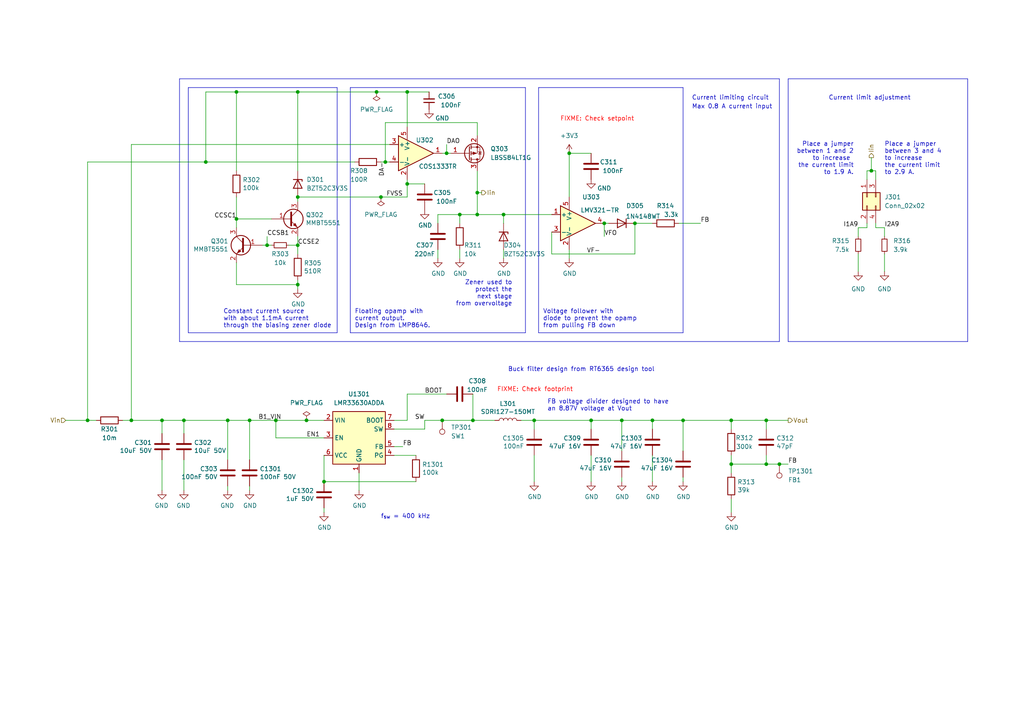
<source format=kicad_sch>
(kicad_sch (version 20231120) (generator "eeschema") (generator_version "8.0")
  (paper "A4")
  (title_block (title "Sailor Hat for Raspberry Pi") (date "2024-09-25") (rev "v2.0.1") (company "Hat Labs Ltd") (comment 1 "https://creativecommons.org/licenses/by/4.0") (comment 2 "To view a copy of this license, visit ") (comment 3 "Sailor Hat for Raspberry Pi is licensed under CC BY 4.0."))
  (lib_symbols
    (symbol "Amplifier_Operational:LMV321" (pin_names (offset 0.127))
      (property "Reference" "U" (at 0 5.08 0))
      (property "Value" "LMV321" (at 0 -5.08 0))
      (symbol "LMV321_0_1"
        (polyline (pts (xy -5.08 5.08) (xy 5.08 0) (xy -5.08 -5.08) (xy -5.08 5.08)) (stroke (width 0.254)) (fill (type background)))
        (pin power_in line (at -2.54 -7.62 90) (length 3.81) (name "V-") (number "2"))
        (pin power_in line (at -2.54 7.62 270) (length 3.81) (name "V+") (number "5"))
      )
      (symbol "LMV321_1_1"
        (pin input line (at -7.62 2.54 0) (length 2.54) (name "+") (number "1"))
        (pin input line (at -7.62 -2.54 0) (length 2.54) (name "-") (number "3"))
        (pin output line (at 7.62 0 180) (length 2.54) (name "~") (number "4"))
      )
    )
    (symbol "Connector:TestPoint" (pin_numbers hide) (pin_names (offset 0.762) hide)
      (property "Reference" "TP" (at 0 6.858 0))
      (property "Value" "TestPoint" (at 0 5.08 0))
      (symbol "TestPoint_0_1"
        (circle (center 0 3.302) (radius 0.762))
      )
      (symbol "TestPoint_1_1"
        (pin passive line (at 0 0 90) (length 2.54) (name "1") (number "1"))
      )
    )
    (symbol "Connector_Generic:Conn_02x02_Odd_Even" (pin_names (offset 1.016) hide)
      (property "Reference" "J" (at 1.27 2.54 0))
      (property "Value" "Conn_02x02_Odd_Even" (at 1.27 -5.08 0))
      (symbol "Conn_02x02_Odd_Even_1_1"
        (rectangle (start -1.27 -2.413) (end 0 -2.667) (stroke (width 0.1524)))
        (rectangle (start -1.27 0.127) (end 0 -0.127) (stroke (width 0.1524)))
        (rectangle (start -1.27 1.27) (end 3.81 -3.81) (stroke (width 0.254)) (fill (type background)))
        (rectangle (start 3.81 -2.413) (end 2.54 -2.667) (stroke (width 0.1524)))
        (rectangle (start 3.81 0.127) (end 2.54 -0.127) (stroke (width 0.1524)))
        (pin passive line (at -5.08 0 0) (length 3.81) (name "Pin_1") (number "1"))
        (pin passive line (at 7.62 0 180) (length 3.81) (name "Pin_2") (number "2"))
        (pin passive line (at -5.08 -2.54 0) (length 3.81) (name "Pin_3") (number "3"))
        (pin passive line (at 7.62 -2.54 180) (length 3.81) (name "Pin_4") (number "4"))
      )
    )
    (symbol "Device:C" (pin_numbers hide) (pin_names (offset 0.254))
      (property "Reference" "C" (at 0.635 2.54 0))
      (property "Value" "C" (at 0.635 -2.54 0))
      (symbol "C_0_1"
        (polyline (pts (xy -2.032 -0.762) (xy 2.032 -0.762)) (stroke (width 0.508)))
        (polyline (pts (xy -2.032 0.762) (xy 2.032 0.762)) (stroke (width 0.508)))
      )
      (symbol "C_1_1"
        (pin passive line (at 0 3.81 270) (length 2.794) (name "~") (number "1"))
        (pin passive line (at 0 -3.81 90) (length 2.794) (name "~") (number "2"))
      )
    )
    (symbol "Device:C_Small" (pin_numbers hide) (pin_names (offset 0.254) hide)
      (property "Reference" "C" (at 0.254 1.778 0))
      (property "Value" "C_Small" (at 0.254 -2.032 0))
      (symbol "C_Small_0_1"
        (polyline (pts (xy -1.524 -0.508) (xy 1.524 -0.508)) (stroke (width 0.3302)))
        (polyline (pts (xy -1.524 0.508) (xy 1.524 0.508)) (stroke (width 0.3048)))
      )
      (symbol "C_Small_1_1"
        (pin passive line (at 0 2.54 270) (length 2.032) (name "~") (number "1"))
        (pin passive line (at 0 -2.54 90) (length 2.032) (name "~") (number "2"))
      )
    )
    (symbol "Device:D" (pin_numbers hide) (pin_names (offset 1.016) hide)
      (property "Reference" "D" (at 0 2.54 0))
      (property "Value" "D" (at 0 -2.54 0))
      (symbol "D_0_1"
        (polyline (pts (xy -1.27 1.27) (xy -1.27 -1.27)) (stroke (width 0.254)))
        (polyline (pts (xy 1.27 0) (xy -1.27 0)))
        (polyline (pts (xy 1.27 1.27) (xy 1.27 -1.27) (xy -1.27 0) (xy 1.27 1.27)) (stroke (width 0.254)))
      )
      (symbol "D_1_1"
        (pin passive line (at -3.81 0 0) (length 2.54) (name "K") (number "1"))
        (pin passive line (at 3.81 0 180) (length 2.54) (name "A") (number "2"))
      )
    )
    (symbol "Device:D_Zener" (pin_numbers hide) (pin_names (offset 1.016) hide)
      (property "Reference" "D" (at 0 2.54 0))
      (property "Value" "D_Zener" (at 0 -2.54 0))
      (symbol "D_Zener_0_1"
        (polyline (pts (xy 1.27 0) (xy -1.27 0)))
        (polyline (pts (xy -1.27 -1.27) (xy -1.27 1.27) (xy -0.762 1.27)) (stroke (width 0.254)))
        (polyline (pts (xy 1.27 -1.27) (xy 1.27 1.27) (xy -1.27 0) (xy 1.27 -1.27)) (stroke (width 0.254)))
      )
      (symbol "D_Zener_1_1"
        (pin passive line (at -3.81 0 0) (length 2.54) (name "K") (number "1"))
        (pin passive line (at 3.81 0 180) (length 2.54) (name "A") (number "2"))
      )
    )
    (symbol "Device:L" (pin_numbers hide) (pin_names (offset 1.016) hide)
      (property "Reference" "L" (at -1.27 0 90))
      (property "Value" "L" (at 1.905 0 90))
      (symbol "L_0_1"
        (arc (start 0 -2.54) (mid 0.6323 -1.905) (end 0 -1.27))
        (arc (start 0 -1.27) (mid 0.6323 -0.635) (end 0 0))
        (arc (start 0 0) (mid 0.6323 0.635) (end 0 1.27))
        (arc (start 0 1.27) (mid 0.6323 1.905) (end 0 2.54))
      )
      (symbol "L_1_1"
        (pin passive line (at 0 3.81 270) (length 1.27) (name "1") (number "1"))
        (pin passive line (at 0 -3.81 90) (length 1.27) (name "2") (number "2"))
      )
    )
    (symbol "Device:R" (pin_numbers hide) (pin_names (offset 0))
      (property "Reference" "R" (at 2.032 0 90))
      (property "Value" "R" (at 0 0 90))
      (symbol "R_0_1"
        (rectangle (start -1.016 -2.54) (end 1.016 2.54) (stroke (width 0.254)))
      )
      (symbol "R_1_1"
        (pin passive line (at 0 3.81 270) (length 1.27) (name "~") (number "1"))
        (pin passive line (at 0 -3.81 90) (length 1.27) (name "~") (number "2"))
      )
    )
    (symbol "Device:R_Small" (pin_numbers hide) (pin_names (offset 0.254) hide)
      (property "Reference" "R" (at 0.762 0.508 0))
      (property "Value" "R_Small" (at 0.762 -1.016 0))
      (symbol "R_Small_0_1"
        (rectangle (start -0.762 1.778) (end 0.762 -1.778) (stroke (width 0.2032)))
      )
      (symbol "R_Small_1_1"
        (pin passive line (at 0 2.54 270) (length 0.762) (name "~") (number "1"))
        (pin passive line (at 0 -2.54 90) (length 0.762) (name "~") (number "2"))
      )
    )
    (symbol "Regulator_Switching:LMR33630ADDA"
      (property "Reference" "U" (at 0 11.43 0))
      (property "Value" "LMR33630ADDA" (at 0 8.89 0))
      (symbol "LMR33630ADDA_0_1"
        (rectangle (start -7.62 7.62) (end 7.62 -7.62) (stroke (width 0.254)) (fill (type background)))
      )
      (symbol "LMR33630ADDA_1_1"
        (pin power_in line (at 0 -10.16 90) (length 2.54) (name "GND") (number "1"))
        (pin power_in line (at -10.16 5.08 0) (length 2.54) (name "VIN") (number "2"))
        (pin input line (at -10.16 0 0) (length 2.54) (name "EN") (number "3"))
        (pin open_collector line (at 10.16 -5.08 180) (length 2.54) (name "PG") (number "4"))
        (pin input line (at 10.16 -2.54 180) (length 2.54) (name "FB") (number "5"))
        (pin power_out line (at -10.16 -5.08 0) (length 2.54) (name "VCC") (number "6"))
        (pin input line (at 10.16 5.08 180) (length 2.54) (name "BOOT") (number "7"))
        (pin output line (at 10.16 2.54 180) (length 2.54) (name "SW") (number "8"))
        (pin passive line (at 0 -10.16 90) (length 2.54) hide (name "GND") (number "9"))
      )
    )
    (symbol "SH-RPi:COS1333" (pin_names (offset 0.127))
      (property "Reference" "U" (at 0 5.08 0))
      (property "Value" "COS1333" (at 0 -5.08 0))
      (symbol "COS1333_0_1"
        (polyline (pts (xy -5.08 5.08) (xy 5.08 0) (xy -5.08 -5.08) (xy -5.08 5.08)) (stroke (width 0.254)) (fill (type background)))
        (pin power_in line (at -2.54 -7.62 90) (length 3.81) (name "V-") (number "2"))
        (pin power_in line (at -2.54 7.62 270) (length 3.81) (name "V+") (number "5"))
      )
      (symbol "COS1333_1_1"
        (pin output line (at 7.62 0 180) (length 2.54) (name "~") (number "1"))
        (pin input line (at -7.62 2.54 0) (length 2.54) (name "+") (number "3"))
        (pin input line (at -7.62 -2.54 0) (length 2.54) (name "-") (number "4"))
      )
    )
    (symbol "Transistor_BJT:MMBT5551L" (pin_names (offset 0) hide)
      (property "Reference" "Q" (at 5.08 1.905 0))
      (property "Value" "MMBT5551L" (at 5.08 0 0))
      (symbol "MMBT5551L_0_1"
        (polyline (pts (xy 0.635 0.635) (xy 2.54 2.54)))
        (polyline (pts (xy 0.635 -0.635) (xy 2.54 -2.54) (xy 2.54 -2.54)))
        (polyline (pts (xy 0.635 1.905) (xy 0.635 -1.905) (xy 0.635 -1.905)) (stroke (width 0.508)))
        (polyline (pts (xy 1.27 -1.778) (xy 1.778 -1.27) (xy 2.286 -2.286) (xy 1.27 -1.778) (xy 1.27 -1.778)) (fill (type outline)))
        (circle (center 1.27 0) (radius 2.8194) (stroke (width 0.254)))
      )
      (symbol "MMBT5551L_1_1"
        (pin input line (at -5.08 0 0) (length 5.715) (name "B") (number "1"))
        (pin passive line (at 2.54 -5.08 90) (length 2.54) (name "E") (number "2"))
        (pin passive line (at 2.54 5.08 270) (length 2.54) (name "C") (number "3"))
      )
    )
    (symbol "Transistor_FET:BSS84" (pin_names hide)
      (property "Reference" "Q" (at 5.08 1.905 0))
      (property "Value" "BSS84" (at 5.08 0 0))
      (symbol "BSS84_0_1"
        (polyline (pts (xy 0.254 0) (xy -2.54 0)))
        (polyline (pts (xy 0.254 1.905) (xy 0.254 -1.905)) (stroke (width 0.254)))
        (polyline (pts (xy 0.762 -1.27) (xy 0.762 -2.286)) (stroke (width 0.254)))
        (polyline (pts (xy 0.762 0.508) (xy 0.762 -0.508)) (stroke (width 0.254)))
        (polyline (pts (xy 0.762 2.286) (xy 0.762 1.27)) (stroke (width 0.254)))
        (polyline (pts (xy 2.54 2.54) (xy 2.54 1.778)))
        (polyline (pts (xy 2.54 -2.54) (xy 2.54 0) (xy 0.762 0)))
        (polyline (pts (xy 0.762 1.778) (xy 3.302 1.778) (xy 3.302 -1.778) (xy 0.762 -1.778)))
        (polyline (pts (xy 2.286 0) (xy 1.27 0.381) (xy 1.27 -0.381) (xy 2.286 0)) (fill (type outline)))
        (polyline (pts (xy 2.794 -0.508) (xy 2.921 -0.381) (xy 3.683 -0.381) (xy 3.81 -0.254)))
        (polyline (pts (xy 3.302 -0.381) (xy 2.921 0.254) (xy 3.683 0.254) (xy 3.302 -0.381)))
        (circle (center 1.651 0) (radius 2.794) (stroke (width 0.254)))
        (circle (center 2.54 -1.778) (radius 0.254) (fill (type outline)))
        (circle (center 2.54 1.778) (radius 0.254) (fill (type outline)))
      )
      (symbol "BSS84_1_1"
        (pin input line (at -5.08 0 0) (length 2.54) (name "G") (number "1"))
        (pin passive line (at 2.54 -5.08 90) (length 2.54) (name "S") (number "2"))
        (pin passive line (at 2.54 5.08 270) (length 2.54) (name "D") (number "3"))
      )
    )
    (symbol "power:+3V3" (power) (pin_names (offset 0))
      (property "Value" "+3V3" (at 0 3.556 0))
      (symbol "+3V3_0_1"
        (polyline (pts (xy -0.762 1.27) (xy 0 2.54)))
        (polyline (pts (xy 0 0) (xy 0 2.54)))
        (polyline (pts (xy 0 2.54) (xy 0.762 1.27)))
      )
      (symbol "+3V3_1_1"
        (pin power_in line (at 0 0 90) (length 0) hide (name "+3V3") (number "1"))
      )
    )
    (symbol "power:GND" (power) (pin_names (offset 0))
      (property "Value" "GND" (at 0 -3.81 0))
      (symbol "GND_0_1"
        (polyline (pts (xy 0 0) (xy 0 -1.27) (xy 1.27 -1.27) (xy 0 -2.54) (xy -1.27 -1.27) (xy 0 -1.27)))
      )
      (symbol "GND_1_1"
        (pin power_in line (at 0 0 270) (length 0) hide (name "GND") (number "1"))
      )
    )
    (symbol "power:PWR_FLAG" (power) (pin_numbers hide) (pin_names (offset 0) hide)
      (property "Value" "PWR_FLAG" (at 0 3.81 0))
      (symbol "PWR_FLAG_0_0"
        (pin power_out line (at 0 0 90) (length 0) (name "pwr") (number "1"))
      )
      (symbol "PWR_FLAG_0_1"
        (polyline (pts (xy 0 0) (xy 0 1.27) (xy -1.016 1.905) (xy 0 2.54) (xy 1.016 1.905) (xy 0 1.27)))
      )
    )
  )
  (junction (at 212.09 121.92))
  (junction (at 72.39 121.92))
  (junction (at 226.06 134.62))
  (junction (at 138.43 55.88))
  (junction (at 86.36 26.67))
  (junction (at 88.9 121.92))
  (junction (at 128.27 121.92))
  (junction (at 38.1 121.92))
  (junction (at 110.49 57.15))
  (junction (at 180.34 121.92))
  (junction (at 59.69 46.99))
  (junction (at 77.47 71.12))
  (junction (at 222.25 134.62))
  (junction (at 133.35 62.23))
  (junction (at 138.43 62.23))
  (junction (at 109.22 26.67))
  (junction (at 46.99 121.92))
  (junction (at 93.98 139.7))
  (junction (at 198.12 121.92))
  (junction (at 25.4 121.92))
  (junction (at 137.16 121.92))
  (junction (at 66.04 121.92))
  (junction (at 175.26 64.77))
  (junction (at 165.1 44.45))
  (junction (at 222.25 121.92))
  (junction (at 68.58 26.67))
  (junction (at 111.76 46.99))
  (junction (at 146.05 62.23))
  (junction (at 53.34 121.92))
  (junction (at 86.36 82.55))
  (junction (at 154.94 121.92))
  (junction (at 171.45 121.92))
  (junction (at 184.15 64.77))
  (junction (at 68.58 63.5))
  (junction (at 80.01 121.92))
  (junction (at 118.11 26.67))
  (junction (at 212.09 134.62))
  (junction (at 118.11 53.34))
  (junction (at 86.36 57.15))
  (junction (at 129.54 44.45))
  (junction (at 252.73 49.53))
  (junction (at 86.36 71.12))
  (junction (at 189.23 121.92))
  (wire (pts (xy 184.15 64.77) (xy 184.15 73.66)))
  (wire (pts (xy 80.01 121.92) (xy 80.01 127)))
  (wire (pts (xy 25.4 46.99) (xy 25.4 121.92)))
  (polyline (pts (xy 152.4 25.4) (xy 152.4 96.52)))
  (wire (pts (xy 138.43 49.53) (xy 138.43 55.88)))
  (wire (pts (xy 138.43 35.56) (xy 138.43 39.37)))
  (wire (pts (xy 110.49 57.15) (xy 118.11 57.15)))
  (wire (pts (xy 88.9 121.92) (xy 93.98 121.92)))
  (wire (pts (xy 222.25 121.92) (xy 228.6 121.92)))
  (wire (pts (xy 251.46 49.53) (xy 252.73 49.53)))
  (wire (pts (xy 109.22 26.67) (xy 86.36 26.67)))
  (wire (pts (xy 118.11 26.67) (xy 109.22 26.67)))
  (wire (pts (xy 19.05 121.92) (xy 25.4 121.92)))
  (wire (pts (xy 68.58 76.2) (xy 68.58 82.55)))
  (polyline (pts (xy 156.21 25.4) (xy 198.12 25.4)))
  (wire (pts (xy 118.11 114.3) (xy 129.54 114.3)))
  (wire (pts (xy 68.58 57.15) (xy 68.58 63.5)))
  (wire (pts (xy 154.94 121.92) (xy 171.45 121.92)))
  (wire (pts (xy 248.92 68.58) (xy 248.92 66.04)))
  (wire (pts (xy 256.54 66.04) (xy 256.54 68.58)))
  (wire (pts (xy 127 72.39) (xy 127 74.93)))
  (wire (pts (xy 68.58 26.67) (xy 68.58 49.53)))
  (wire (pts (xy 53.34 121.92) (xy 66.04 121.92)))
  (wire (pts (xy 114.3 132.08) (xy 120.65 132.08)))
  (wire (pts (xy 114.3 121.92) (xy 118.11 121.92)))
  (wire (pts (xy 77.47 71.12) (xy 76.2 71.12)))
  (wire (pts (xy 189.23 124.46) (xy 189.23 121.92)))
  (wire (pts (xy 138.43 62.23) (xy 146.05 62.23)))
  (wire (pts (xy 138.43 55.88) (xy 139.7 55.88)))
  (wire (pts (xy 184.15 73.66) (xy 160.02 73.66)))
  (polyline (pts (xy 226.06 22.86) (xy 226.06 99.06)))
  (polyline (pts (xy 280.67 99.06) (xy 228.6 99.06)))
  (wire (pts (xy 212.09 134.62) (xy 222.25 134.62)))
  (polyline (pts (xy 54.61 25.4) (xy 97.79 25.4)))
  (wire (pts (xy 154.94 132.08) (xy 154.94 139.7)))
  (polyline (pts (xy 97.79 25.4) (xy 97.79 96.52)))
  (wire (pts (xy 146.05 64.77) (xy 146.05 62.23)))
  (wire (pts (xy 93.98 132.08) (xy 93.98 139.7)))
  (polyline (pts (xy 152.4 96.52) (xy 101.6 96.52)))
  (wire (pts (xy 68.58 63.5) (xy 68.58 66.04)))
  (polyline (pts (xy 198.12 25.4) (xy 198.12 96.52)))
  (wire (pts (xy 129.54 41.91) (xy 129.54 44.45)))
  (wire (pts (xy 86.36 57.15) (xy 86.36 58.42)))
  (wire (pts (xy 180.34 130.81) (xy 180.34 121.92)))
  (wire (pts (xy 83.82 71.12) (xy 86.36 71.12)))
  (wire (pts (xy 118.11 121.92) (xy 118.11 114.3)))
  (wire (pts (xy 86.36 71.12) (xy 86.36 68.58)))
  (wire (pts (xy 154.94 121.92) (xy 154.94 124.46)))
  (wire (pts (xy 171.45 132.08) (xy 171.45 139.7)))
  (wire (pts (xy 146.05 62.23) (xy 160.02 62.23)))
  (wire (pts (xy 212.09 148.59) (xy 212.09 144.78)))
  (wire (pts (xy 151.13 121.92) (xy 154.94 121.92)))
  (wire (pts (xy 222.25 134.62) (xy 226.06 134.62)))
  (polyline (pts (xy 228.6 22.86) (xy 280.67 22.86)))
  (wire (pts (xy 146.05 72.39) (xy 146.05 74.93)))
  (wire (pts (xy 118.11 53.34) (xy 118.11 57.15)))
  (wire (pts (xy 180.34 121.92) (xy 189.23 121.92)))
  (wire (pts (xy 72.39 121.92) (xy 80.01 121.92)))
  (wire (pts (xy 254 49.53) (xy 254 52.07)))
  (wire (pts (xy 114.3 124.46) (xy 123.19 124.46)))
  (wire (pts (xy 226.06 134.62) (xy 228.6 134.62)))
  (wire (pts (xy 53.34 133.35) (xy 53.34 142.24)))
  (wire (pts (xy 189.23 132.08) (xy 189.23 139.7)))
  (polyline (pts (xy 226.06 99.06) (xy 52.07 99.06)))
  (wire (pts (xy 196.85 64.77) (xy 203.2 64.77)))
  (polyline (pts (xy 52.07 22.86) (xy 52.07 99.06)))
  (wire (pts (xy 198.12 121.92) (xy 212.09 121.92)))
  (wire (pts (xy 256.54 73.66) (xy 256.54 78.74)))
  (wire (pts (xy 111.76 46.99) (xy 113.03 46.99)))
  (wire (pts (xy 175.26 64.77) (xy 176.53 64.77)))
  (wire (pts (xy 251.46 64.77) (xy 251.46 66.04)))
  (wire (pts (xy 80.01 121.92) (xy 88.9 121.92)))
  (wire (pts (xy 222.25 121.92) (xy 222.25 124.46)))
  (wire (pts (xy 68.58 63.5) (xy 78.74 63.5)))
  (wire (pts (xy 116.84 129.54) (xy 114.3 129.54)))
  (wire (pts (xy 175.26 64.77) (xy 175.26 68.58)))
  (wire (pts (xy 252.73 49.53) (xy 254 49.53)))
  (wire (pts (xy 133.35 62.23) (xy 133.35 64.77)))
  (wire (pts (xy 212.09 134.62) (xy 212.09 137.16)))
  (wire (pts (xy 78.74 71.12) (xy 77.47 71.12)))
  (wire (pts (xy 128.27 44.45) (xy 129.54 44.45)))
  (wire (pts (xy 59.69 26.67) (xy 59.69 46.99)))
  (wire (pts (xy 25.4 121.92) (xy 27.94 121.92)))
  (wire (pts (xy 198.12 130.81) (xy 198.12 121.92)))
  (wire (pts (xy 80.01 127) (xy 93.98 127)))
  (wire (pts (xy 180.34 138.43) (xy 180.34 139.7)))
  (wire (pts (xy 86.36 26.67) (xy 86.36 49.53)))
  (wire (pts (xy 86.36 26.67) (xy 68.58 26.67)))
  (wire (pts (xy 165.1 44.45) (xy 165.1 57.15)))
  (wire (pts (xy 248.92 73.66) (xy 248.92 78.74)))
  (wire (pts (xy 254 66.04) (xy 256.54 66.04)))
  (wire (pts (xy 38.1 41.91) (xy 38.1 121.92)))
  (wire (pts (xy 86.36 82.55) (xy 86.36 83.82)))
  (wire (pts (xy 110.49 46.99) (xy 111.76 46.99)))
  (wire (pts (xy 68.58 82.55) (xy 86.36 82.55)))
  (wire (pts (xy 129.54 44.45) (xy 130.81 44.45)))
  (wire (pts (xy 77.47 68.58) (xy 77.47 71.12)))
  (wire (pts (xy 68.58 26.67) (xy 59.69 26.67)))
  (wire (pts (xy 133.35 62.23) (xy 127 62.23)))
  (polyline (pts (xy 280.67 22.86) (xy 280.67 99.06)))
  (wire (pts (xy 25.4 46.99) (xy 59.69 46.99)))
  (polyline (pts (xy 228.6 22.86) (xy 228.6 99.06)))
  (wire (pts (xy 171.45 124.46) (xy 171.45 121.92)))
  (wire (pts (xy 53.34 121.92) (xy 53.34 125.73)))
  (wire (pts (xy 222.25 132.08) (xy 222.25 134.62)))
  (wire (pts (xy 127 62.23) (xy 127 64.77)))
  (wire (pts (xy 251.46 52.07) (xy 251.46 49.53)))
  (wire (pts (xy 138.43 62.23) (xy 133.35 62.23)))
  (wire (pts (xy 46.99 133.35) (xy 46.99 142.24)))
  (wire (pts (xy 133.35 72.39) (xy 133.35 74.93)))
  (wire (pts (xy 104.14 142.24) (xy 104.14 137.16)))
  (wire (pts (xy 66.04 133.35) (xy 66.04 121.92)))
  (wire (pts (xy 93.98 139.7) (xy 120.65 139.7)))
  (wire (pts (xy 137.16 114.3) (xy 137.16 121.92)))
  (wire (pts (xy 128.27 121.92) (xy 137.16 121.92)))
  (wire (pts (xy 118.11 53.34) (xy 123.19 53.34)))
  (wire (pts (xy 212.09 132.08) (xy 212.09 134.62)))
  (wire (pts (xy 66.04 121.92) (xy 72.39 121.92)))
  (polyline (pts (xy 52.07 22.86) (xy 226.06 22.86)))
  (polyline (pts (xy 156.21 25.4) (xy 156.21 96.52)))
  (wire (pts (xy 254 64.77) (xy 254 66.04)))
  (wire (pts (xy 160.02 73.66) (xy 160.02 67.31)))
  (wire (pts (xy 111.76 35.56) (xy 138.43 35.56)))
  (wire (pts (xy 72.39 133.35) (xy 72.39 121.92)))
  (wire (pts (xy 46.99 121.92) (xy 53.34 121.92)))
  (wire (pts (xy 46.99 121.92) (xy 46.99 125.73)))
  (wire (pts (xy 111.76 35.56) (xy 111.76 46.99)))
  (polyline (pts (xy 101.6 25.4) (xy 152.4 25.4)))
  (wire (pts (xy 93.98 147.32) (xy 93.98 148.59)))
  (wire (pts (xy 123.19 121.92) (xy 123.19 124.46)))
  (wire (pts (xy 184.15 64.77) (xy 189.23 64.77)))
  (wire (pts (xy 118.11 53.34) (xy 118.11 52.07)))
  (wire (pts (xy 171.45 44.45) (xy 165.1 44.45)))
  (wire (pts (xy 86.36 57.15) (xy 110.49 57.15)))
  (wire (pts (xy 137.16 121.92) (xy 143.51 121.92)))
  (wire (pts (xy 72.39 140.97) (xy 72.39 142.24)))
  (wire (pts (xy 66.04 140.97) (xy 66.04 142.24)))
  (wire (pts (xy 38.1 41.91) (xy 113.03 41.91)))
  (polyline (pts (xy 97.79 96.52) (xy 54.61 96.52)))
  (wire (pts (xy 212.09 124.46) (xy 212.09 121.92)))
  (wire (pts (xy 212.09 121.92) (xy 222.25 121.92)))
  (wire (pts (xy 35.56 121.92) (xy 38.1 121.92)))
  (polyline (pts (xy 101.6 25.4) (xy 101.6 96.52)))
  (wire (pts (xy 165.1 72.39) (xy 165.1 74.93)))
  (polyline (pts (xy 54.61 25.4) (xy 54.61 96.52)))
  (wire (pts (xy 189.23 121.92) (xy 198.12 121.92)))
  (wire (pts (xy 251.46 66.04) (xy 248.92 66.04)))
  (wire (pts (xy 171.45 121.92) (xy 180.34 121.92)))
  (wire (pts (xy 38.1 121.92) (xy 46.99 121.92)))
  (wire (pts (xy 86.36 81.28) (xy 86.36 82.55)))
  (wire (pts (xy 86.36 71.12) (xy 86.36 73.66)))
  (wire (pts (xy 118.11 26.67) (xy 124.46 26.67)))
  (wire (pts (xy 138.43 55.88) (xy 138.43 62.23)))
  (wire (pts (xy 118.11 26.67) (xy 118.11 36.83)))
  (wire (pts (xy 123.19 121.92) (xy 128.27 121.92)))
  (wire (pts (xy 198.12 138.43) (xy 198.12 139.7)))
  (wire (pts (xy 59.69 46.99) (xy 102.87 46.99)))
  (wire (pts (xy 252.73 45.72) (xy 252.73 49.53)))
  (polyline (pts (xy 198.12 96.52) (xy 156.21 96.52)))
  (text "Voltage follower with \ndiode to prevent the opamp\nfrom pulling FB down" (at 157.48 95.25 0) (effects (font (size 1.27 1.27)) (justify left bottom)))
  (text "f_{sw} = 400 kHz" (at 117.602 149.86 0) (effects (font (size 1.27 1.27))))
  (text "Constant current source\nwith about 1.1mA current\nthrough the biasing zener diode" (at 64.77 95.25 0) (effects (font (size 1.27 1.27)) (justify left bottom)))
  (text "FIXME: Check setpoint" (at 173.228 34.544 0) (effects (font (size 1.27 1.27))))
  (text "Place a jumper\nbetween 1 and 2\nto increase \nthe current limit\nto 1.9 A." (at 247.65 50.8 0) (effects (font (size 1.27 1.27)) (justify right bottom)))
  (text "Place a jumper\nbetween 3 and 4\nto increase \nthe current limit\nto 2.9 A." (at 256.54 50.8 0) (effects (font (size 1.27 1.27)) (justify left bottom)))
  (text "Zener used to\nprotect the\nnext stage\nfrom overvoltage" (at 148.59 88.9 0) (effects (font (size 1.27 1.27)) (justify right bottom)))
  (text "FB voltage divider designed to have\nan 8.87V voltage at Vout" (at 158.75 119.38 0) (effects (font (size 1.27 1.27)) (justify left bottom)))
  (text "Buck filter design from RT6365 design tool" (at 147.32 107.95 0) (effects (font (size 1.27 1.27)) (justify left bottom)))
  (text "Max 0.8 A current input" (at 200.66 31.75 0) (effects (font (size 1.27 1.27)) (justify left bottom)))
  (text "Current limit adjustment" (at 264.16 29.21 0) (effects (font (size 1.27 1.27)) (justify right bottom)))
  (text "Floating opamp with\ncurrent output.\nDesign from LMP8646." (at 102.87 95.25 0) (effects (font (size 1.27 1.27)) (justify left bottom)))
  (text "FIXME: Check footprint" (at 155.194 113.03 0) (effects (font (size 1.27 1.27))))
  (text "Current limiting circuit" (at 200.66 29.21 0) (effects (font (size 1.27 1.27)) (justify left bottom)))
  (label "I2A9" (at 256.54 66.04 0))
  (label "EN1" (at 88.9 127 0))
  (label "VF-" (at 170.18 73.66 0))
  (label "FB" (at 116.84 129.54 0))
  (label "I1A9" (at 248.92 66.04 180))
  (label "SW" (at 123.19 121.92 180))
  (label "DA-" (at 111.76 46.99 270))
  (label "CCSC1" (at 68.58 63.5 180))
  (label "FVSS" (at 116.84 57.15 180))
  (label "DAO" (at 129.54 41.91 0))
  (label "BOOT" (at 128.27 114.3 180))
  (label "CCSB1" (at 77.47 68.58 0))
  (label "CCSE2" (at 86.36 71.12 0))
  (label "FB" (at 228.6 134.62 0))
  (label "FB" (at 203.2 64.77 0))
  (label "B1_VIN" (at 74.93 121.92 0))
  (label "VFO" (at 175.26 68.58 0))
  (hierarchical_label "Iin" (shape output) (at 252.73 45.72 90))
  (hierarchical_label "Vin" (shape input) (at 19.05 121.92 180))
  (hierarchical_label "Vout" (shape output) (at 228.6 121.92 0))
  (hierarchical_label "Iin" (shape output) (at 139.7 55.88 0))
  (symbol (lib_id "Device:C") (at 133.35 114.3 270) (unit 1)
    (property "Reference" "C308" (at 138.43 110.49 90))
    (property "Value" "100nF" (at 138.43 113.03 90))
    (property "Footprint" "Capacitor_SMD:C_0603_1608Metric" (effects (hide yes)))
    (property "LCSC" "C14663" (effects (hide yes)))
  )
  (symbol (lib_id "Device:L") (at 147.32 121.92 90) (unit 1)
    (property "Reference" "L301" (at 147.32 117.094 90))
    (property "Value" "SDRI127-150MT" (at 147.32 119.4054 90))
    (property "Footprint" "PCM_Inductor_SMD_AKL:L_12x12mm_H8mm" (effects (hide yes)))
    (property "LCSC" "C5127259" (effects (hide yes)))
  )
  (symbol (lib_id "Device:C") (at 171.45 128.27 0) (mirror y) (unit 1)
    (property "Reference" "C309" (at 168.529 127.1016 0) (effects (justify left)))
    (property "Value" "47uF 16V" (at 168.529 129.413 0) (effects (justify left)))
    (property "Footprint" "Capacitor_SMD:C_1210_3225Metric" (effects (hide yes)))
    (property "Notes" "Min 16V" (effects (hide yes)))
    (property "LCSC" "C77101" (effects (hide yes)))
  )
  (symbol (lib_id "Device:R") (at 212.09 140.97 0) (unit 1)
    (property "Reference" "R313" (at 213.868 139.8016 0) (effects (justify left)))
    (property "Value" "39k" (at 213.868 142.113 0) (effects (justify left)))
    (property "Footprint" "PCM_Resistor_SMD_AKL:R_0603_1608Metric" (effects (hide yes)))
  )
  (symbol (lib_id "Device:R") (at 212.09 128.27 0) (unit 1)
    (property "Reference" "R312" (at 215.9 127 0))
    (property "Value" "300k" (at 215.9 129.54 0))
    (property "Footprint" "PCM_Resistor_SMD_AKL:R_0603_1608Metric" (effects (hide yes)))
  )
  (symbol (lib_id "power:GND") (at 171.45 139.7 0) (unit 1)
    (property "Reference" "#PWR0316" (effects (hide yes)))
    (property "Value" "GND" (at 171.577 144.0942 0))
  )
  (symbol (lib_id "power:GND") (at 212.09 148.59 0) (unit 1)
    (property "Reference" "#PWR0321" (effects (hide yes)))
    (property "Value" "GND" (at 212.217 152.9842 0))
  )
  (symbol (lib_id "Device:R") (at 31.75 121.92 270) (unit 1)
    (property "Reference" "R301" (at 31.75 124.46 90))
    (property "Value" "10m" (at 31.75 127 90))
    (property "Footprint" "Resistor_SMD:R_1206_3216Metric" (effects (hide yes)))
    (property "LCSC" "C105362" (effects (hide yes)))
  )
  (symbol (lib_id "Device:D") (at 180.34 64.77 180) (unit 1)
    (property "Reference" "D305" (at 181.61 59.69 0) (effects (justify right)))
    (property "Value" "1N4148WT" (at 181.483 62.7634 0) (effects (justify right)))
    (property "Footprint" "Diode_SMD:D_SOD-523" (effects (hide yes)))
    (property "LCSC" "C414017" (effects (hide yes)))
  )
  (symbol (lib_id "Device:C") (at 171.45 48.26 0) (mirror x) (unit 1)
    (property "Reference" "C311" (at 176.53 46.99 0))
    (property "Value" "100nF" (at 177.8 49.53 0))
    (property "Footprint" "Capacitor_SMD:C_0402_1005Metric" (effects (hide yes)))
    (property "LCSC" "C1525" (effects (hide yes)))
  )
  (symbol (lib_id "power:GND") (at 171.45 52.07 0) (mirror y) (unit 1)
    (property "Reference" "#PWR0320" (effects (hide yes)))
    (property "Value" "GND" (at 175.26 54.61 0))
  )
  (symbol (lib_id "power:GND") (at 104.14 142.24 0) (unit 1)
    (property "Reference" "#PWR0307" (effects (hide yes)))
    (property "Value" "GND" (at 104.267 146.6342 0))
  )
  (symbol (lib_id "power:GND") (at 154.94 139.7 0) (unit 1)
    (property "Reference" "#PWR01305" (effects (hide yes)))
    (property "Value" "GND" (at 155.067 144.0942 0))
  )
  (symbol (lib_id "Device:C") (at 66.04 137.16 0) (mirror y) (unit 1)
    (property "Reference" "C303" (at 63.119 135.9916 0) (effects (justify left)))
    (property "Value" "100nF 50V" (at 63.119 138.303 0) (effects (justify left)))
    (property "Footprint" "Capacitor_SMD:C_0603_1608Metric" (effects (hide yes)))
  )
  (symbol (lib_id "power:GND") (at 127 74.93 0) (unit 1)
    (property "Reference" "#PWR0312" (effects (hide yes)))
    (property "Value" "GND" (at 127.127 79.3242 0))
  )
  (symbol (lib_id "power:GND") (at 189.23 139.7 0) (unit 1)
    (property "Reference" "#PWR01303" (effects (hide yes)))
    (property "Value" "GND" (at 189.357 144.0942 0))
  )
  (symbol (lib_id "Device:C") (at 53.34 129.54 0) (unit 1)
    (property "Reference" "C302" (at 56.261 128.3716 0) (effects (justify left)))
    (property "Value" "10uF 50V" (at 56.261 130.683 0) (effects (justify left)))
    (property "Footprint" "Capacitor_SMD:C_1206_3216Metric" (effects (hide yes)))
    (property "LCSC" "C13585" (effects (hide yes)))
  )
  (symbol (lib_id "Device:C") (at 93.98 143.51 0) (mirror y) (unit 1)
    (property "Reference" "C1302" (at 91.059 142.3416 0) (effects (justify left)))
    (property "Value" "1uF 50V" (at 91.059 144.653 0) (effects (justify left)))
    (property "Footprint" "Capacitor_SMD:C_0603_1608Metric" (effects (hide yes)))
  )
  (symbol (lib_id "Device:R") (at 86.36 77.47 0) (unit 1)
    (property "Reference" "R305" (at 88.138 76.3016 0) (effects (justify left)))
    (property "Value" "510R" (at 88.138 78.613 0) (effects (justify left)))
    (property "Footprint" "Resistor_SMD:R_0402_1005Metric" (effects (hide yes)))
    (property "LCSC" "C25123" (effects (hide yes)))
  )
  (symbol (lib_id "power:+3V3") (at 165.1 44.45 0) (unit 1)
    (property "Reference" "#PWR0317" (effects (hide yes)))
    (property "Value" "+3V3" (at 165.1 39.37 0))
  )
  (symbol (lib_id "Device:C") (at 72.39 137.16 0) (unit 1)
    (property "Reference" "C1301" (at 75.311 135.9916 0) (effects (justify left)))
    (property "Value" "100nF 50V" (at 75.311 138.303 0) (effects (justify left)))
    (property "Footprint" "Capacitor_SMD:C_0603_1608Metric" (effects (hide yes)))
  )
  (symbol (lib_id "power:GND") (at 66.04 142.24 0) (mirror y) (unit 1)
    (property "Reference" "#PWR0303" (effects (hide yes)))
    (property "Value" "GND" (at 65.913 146.6342 0))
  )
  (symbol (lib_id "power:GND") (at 86.36 83.82 0) (unit 1)
    (property "Reference" "#PWR0304" (effects (hide yes)))
    (property "Value" "GND" (at 86.487 88.2142 0))
  )
  (symbol (lib_id "Device:C_Small") (at 124.46 29.21 0) (mirror x) (unit 1)
    (property "Reference" "C306" (at 129.54 27.94 0))
    (property "Value" "100nF" (at 130.81 30.48 0))
    (property "Footprint" "Capacitor_SMD:C_0402_1005Metric" (effects (hide yes)))
    (property "LCSC" "C1525" (effects (hide yes)))
  )
  (symbol (lib_id "power:GND") (at 53.34 142.24 0) (mirror y) (unit 1)
    (property "Reference" "#PWR0302" (effects (hide yes)))
    (property "Value" "GND" (at 53.213 146.6342 0))
  )
  (symbol (lib_id "SH-RPi:COS1333") (at 120.65 44.45 0) (unit 1)
    (property "Reference" "U302" (at 123.19 40.64 0))
    (property "Value" "COS1333TR" (at 127 48.26 0))
    (property "Footprint" "Package_TO_SOT_SMD:SOT-23-5" (effects (hide yes)))
    (property "LCSC" "C693072" (effects (hide yes)))
    (property "JLCPCB_CORRECTION" "0;0;270" (effects (hide yes)))
  )
  (symbol (lib_id "Amplifier_Operational:LMV321") (at 167.64 64.77 0) (unit 1)
    (property "Reference" "U303" (at 171.45 57.15 0))
    (property "Value" "LMV321-TR" (at 173.99 60.96 0))
    (property "Footprint" "Package_TO_SOT_SMD:SOT-23-5" (effects (hide yes)))
    (property "Datasheet" "http://www.ti.com/lit/ds/symlink/lmv324.pdf" (effects (hide yes)))
    (property "LCSC" "C362273" (effects (hide yes)))
    (property "JLCPCB_CORRECTION" "0;0;180" (effects (hide yes)))
  )
  (symbol (lib_id "Device:R") (at 68.58 53.34 0) (unit 1)
    (property "Reference" "R302" (at 70.358 52.1716 0) (effects (justify left)))
    (property "Value" "100k" (at 70.358 54.483 0) (effects (justify left)))
    (property "Footprint" "Resistor_SMD:R_0402_1005Metric" (effects (hide yes)))
    (property "LCSC" "C25741" (effects (hide yes)))
  )
  (symbol (lib_id "Device:C") (at 222.25 128.27 0) (unit 1)
    (property "Reference" "C312" (at 225.171 127.1016 0) (effects (justify left)))
    (property "Value" "47pF" (at 225.171 129.413 0) (effects (justify left)))
    (property "Footprint" "PCM_Capacitor_SMD_AKL:C_0603_1608Metric" (effects (hide yes)))
  )
  (symbol (lib_id "Device:R") (at 120.65 135.89 0) (unit 1)
    (property "Reference" "R1301" (at 122.428 134.7216 0) (effects (justify left)))
    (property "Value" "100k" (at 122.428 137.033 0) (effects (justify left)))
    (property "Footprint" "Resistor_SMD:R_0402_1005Metric" (effects (hide yes)))
  )
  (symbol (lib_id "power:GND") (at 46.99 142.24 0) (mirror y) (unit 1)
    (property "Reference" "#PWR0301" (effects (hide yes)))
    (property "Value" "GND" (at 46.863 146.6342 0))
  )
  (symbol (lib_id "power:GND") (at 93.98 148.59 0) (unit 1)
    (property "Reference" "#PWR01302" (effects (hide yes)))
    (property "Value" "GND" (at 94.107 152.9842 0))
  )
  (symbol (lib_id "power:PWR_FLAG") (at 88.9 121.92 0) (unit 1)
    (property "Reference" "#FLG0301" (effects (hide yes)))
    (property "Value" "PWR_FLAG" (at 88.9 116.84 0))
  )
  (symbol (lib_id "power:PWR_FLAG") (at 109.22 26.67 180) (unit 1)
    (property "Reference" "#FLG0302" (effects (hide yes)))
    (property "Value" "PWR_FLAG" (at 109.22 31.75 0))
  )
  (symbol (lib_id "Device:D_Zener") (at 86.36 53.34 270) (unit 1)
    (property "Reference" "D301" (at 88.9 52.0699 90) (effects (justify left)))
    (property "Value" "BZT52C3V3S" (at 88.9 54.6099 90) (effects (justify left)))
    (property "Footprint" "Diode_SMD:D_SOD-323" (effects (hide yes)))
    (property "LCSC" "C173439" (effects (hide yes)))
  )
  (symbol (lib_id "Connector_Generic:Conn_02x02_Odd_Even") (at 251.46 57.15 90) (mirror x) (unit 1)
    (property "Reference" "J301" (at 256.54 57.1499 90) (effects (justify right)))
    (property "Value" "Conn_02x02" (at 256.54 59.6899 90) (effects (justify right)))
    (property "Footprint" "Connector_PinHeader_2.54mm:PinHeader_2x02_P2.54mm_Vertical" (effects (hide yes)))
    (property "LCSC" "C492419" (effects (hide yes)))
    (property "JLCPCB_CORRECTION" "1.27;1.27;90" (effects (hide yes)))
  )
  (symbol (lib_id "Device:C") (at 189.23 128.27 0) (mirror y) (unit 1)
    (property "Reference" "C1303" (at 186.309 127.1016 0) (effects (justify left)))
    (property "Value" "47uF 16V" (at 186.309 129.413 0) (effects (justify left)))
    (property "Footprint" "Capacitor_SMD:C_1210_3225Metric" (effects (hide yes)))
    (property "Notes" "Min 16V" (effects (hide yes)))
    (property "LCSC" "C77101" (effects (hide yes)))
  )
  (symbol (lib_id "Device:R_Small") (at 256.54 71.12 0) (unit 1)
    (property "Reference" "R316" (at 259.08 69.8499 0) (effects (justify left)))
    (property "Value" "3.9k" (at 259.08 72.3899 0) (effects (justify left)))
    (property "Footprint" "Resistor_SMD:R_0402_1005Metric" (effects (hide yes)))
    (property "LCSC" "C51721" (effects (hide yes)))
  )
  (symbol (lib_id "Connector:TestPoint") (at 226.06 134.62 180) (unit 1)
    (property "Reference" "TP1301" (at 228.6 136.6519 0) (effects (justify right)))
    (property "Value" "FB1" (at 228.6 139.1919 0) (effects (justify right)))
    (property "Footprint" "TestPoint:TestPoint_Pad_D2.0mm" (effects (hide yes)))
  )
  (symbol (lib_id "power:PWR_FLAG") (at 110.49 57.15 180) (unit 1)
    (property "Reference" "#FLG0303" (effects (hide yes)))
    (property "Value" "PWR_FLAG" (at 110.49 62.23 0))
  )
  (symbol (lib_id "Device:R") (at 193.04 64.77 90) (unit 1)
    (property "Reference" "R314" (at 195.58 59.69 90) (effects (justify left)))
    (property "Value" "3.3k" (at 196.85 62.23 90) (effects (justify left)))
    (property "Footprint" "Resistor_SMD:R_0402_1005Metric" (effects (hide yes)))
    (property "LCSC" "C25890" (effects (hide yes)))
  )
  (symbol (lib_id "Device:D_Zener") (at 146.05 68.58 270) (unit 1)
    (property "Reference" "D304" (at 146.05 71.12 90) (effects (justify left)))
    (property "Value" "BZT52C3V3S" (at 146.05 73.66 90) (effects (justify left)))
    (property "Footprint" "Diode_SMD:D_SOD-323" (effects (hide yes)))
    (property "LCSC" "C173439" (effects (hide yes)))
  )
  (symbol (lib_id "power:GND") (at 133.35 74.93 0) (unit 1)
    (property "Reference" "#PWR0313" (effects (hide yes)))
    (property "Value" "GND" (at 133.477 79.3242 0))
  )
  (symbol (lib_id "Regulator_Switching:LMR33630ADDA") (at 104.14 127 0) (unit 1)
    (property "Reference" "U1301" (at 104.14 114.3 0))
    (property "Value" "LMR33630ADDA" (at 104.14 116.84 0))
    (property "Footprint" "Package_SO:Texas_HSOP-8-1EP_3.9x4.9mm_P1.27mm_ThermalVias" (effects (hide yes)))
    (property "Datasheet" "http://www.ti.com/lit/ds/symlink/lmr33630.pdf" (effects (hide yes)))
    (property "Description" "Simple Switcher Synchronous Buck Regulator, Vin=3.8-36V, Iout=3A, F=400kHz, Adjustable output voltage, HSOP-8" (effects (hide yes)))
    (property "LCSC" "C841384" (effects (hide yes)))
  )
  (symbol (lib_id "power:GND") (at 123.19 60.96 0) (unit 1)
    (property "Reference" "#PWR0309" (effects (hide yes)))
    (property "Value" "GND" (at 123.317 65.3542 0))
  )
  (symbol (lib_id "Device:R_Small") (at 248.92 71.12 0) (mirror y) (unit 1)
    (property "Reference" "R315" (at 246.38 69.85 0) (effects (justify left)))
    (property "Value" "7.5k" (at 246.38 72.39 0) (effects (justify left)))
    (property "Footprint" "Resistor_SMD:R_0402_1005Metric" (effects (hide yes)))
    (property "LCSC" "C25918" (effects (hide yes)))
  )
  (symbol (lib_id "power:GND") (at 124.46 31.75 0) (unit 1)
    (property "Reference" "#PWR0311" (effects (hide yes)))
    (property "Value" "GND" (at 128.27 34.29 0))
  )
  (symbol (lib_id "Device:R") (at 133.35 68.58 0) (unit 1)
    (property "Reference" "R311" (at 134.62 71.12 0) (effects (justify left)))
    (property "Value" "10k" (at 134.62 73.66 0) (effects (justify left)))
    (property "Footprint" "Resistor_SMD:R_0402_1005Metric" (effects (hide yes)))
    (property "LCSC" "C25744" (effects (hide yes)))
  )
  (symbol (lib_id "Connector:TestPoint") (at 128.27 121.92 180) (unit 1)
    (property "Reference" "TP301" (at 130.81 123.9519 0) (effects (justify right)))
    (property "Value" "SW1" (at 130.81 126.4919 0) (effects (justify right)))
    (property "Footprint" "TestPoint:TestPoint_Pad_D2.0mm" (effects (hide yes)))
  )
  (symbol (lib_id "Device:C") (at 127 68.58 180) (unit 1)
    (property "Reference" "C307" (at 123.19 71.12 0))
    (property "Value" "220nF" (at 123.19 73.66 0))
    (property "Footprint" "Capacitor_SMD:C_0402_1005Metric" (effects (hide yes)))
    (property "LCSC" "C16772" (effects (hide yes)))
  )
  (symbol (lib_id "Device:C") (at 180.34 134.62 0) (mirror y) (unit 1)
    (property "Reference" "C310" (at 177.419 133.4516 0) (effects (justify left)))
    (property "Value" "47uF 16V" (at 177.419 135.763 0) (effects (justify left)))
    (property "Footprint" "Capacitor_SMD:C_1210_3225Metric" (effects (hide yes)))
    (property "Notes" "Min 16V" (effects (hide yes)))
    (property "LCSC" "C77101" (effects (hide yes)))
  )
  (symbol (lib_id "power:GND") (at 198.12 139.7 0) (unit 1)
    (property "Reference" "#PWR01304" (effects (hide yes)))
    (property "Value" "GND" (at 198.247 144.0942 0))
  )
  (symbol (lib_id "power:GND") (at 146.05 74.93 0) (unit 1)
    (property "Reference" "#PWR0315" (effects (hide yes)))
    (property "Value" "GND" (at 146.177 79.3242 0))
  )
  (symbol (lib_id "Device:R_Small") (at 81.28 71.12 270) (mirror x) (unit 1)
    (property "Reference" "R303" (at 81.28 73.66 90))
    (property "Value" "10k" (at 81.28 76.2 90))
    (property "Footprint" "Resistor_SMD:R_0402_1005Metric" (effects (hide yes)))
    (property "LCSC" "C25744" (effects (hide yes)))
  )
  (symbol (lib_id "Device:C") (at 198.12 134.62 0) (mirror y) (unit 1)
    (property "Reference" "C1304" (at 195.199 133.4516 0) (effects (justify left)))
    (property "Value" "47uF 16V" (at 195.199 135.763 0) (effects (justify left)))
    (property "Footprint" "Capacitor_SMD:C_1210_3225Metric" (effects (hide yes)))
    (property "Notes" "Min 16V" (effects (hide yes)))
    (property "LCSC" "C77101" (effects (hide yes)))
  )
  (symbol (lib_id "Device:C") (at 123.19 57.15 0) (mirror x) (unit 1)
    (property "Reference" "C305" (at 128.27 55.88 0))
    (property "Value" "100nF" (at 129.54 58.42 0))
    (property "Footprint" "Capacitor_SMD:C_0402_1005Metric" (effects (hide yes)))
    (property "LCSC" "C1525" (effects (hide yes)))
  )
  (symbol (lib_id "power:GND") (at 256.54 78.74 0) (unit 1)
    (property "Reference" "#PWR0323" (effects (hide yes)))
    (property "Value" "GND" (at 256.54 83.82 0))
  )
  (symbol (lib_id "Transistor_BJT:MMBT5551L") (at 71.12 71.12 0) (mirror y) (unit 1)
    (property "Reference" "Q301" (at 66.2686 69.9516 0) (effects (justify left)))
    (property "Value" "MMBT5551" (at 66.2686 72.263 0) (effects (justify left)))
    (property "Footprint" "Package_TO_SOT_SMD:SOT-23" (effects (hide yes)))
    (property "Datasheet" "www.onsemi.com/pub/Collateral/MMBT5550LT1-D.PDF" (effects (hide yes)))
    (property "LCSC" "C2145" (effects (hide yes)))
    (property "JLCPCB_CORRECTION" "0;0;180" (effects (hide yes)))
  )
  (symbol (lib_id "Transistor_BJT:MMBT5551L") (at 83.82 63.5 0) (unit 1)
    (property "Reference" "Q302" (at 88.6714 62.3316 0) (effects (justify left)))
    (property "Value" "MMBT5551" (at 88.6714 64.643 0) (effects (justify left)))
    (property "Footprint" "Package_TO_SOT_SMD:SOT-23" (effects (hide yes)))
    (property "Datasheet" "www.onsemi.com/pub/Collateral/MMBT5550LT1-D.PDF" (effects (hide yes)))
    (property "LCSC" "C2145" (effects (hide yes)))
    (property "JLCPCB_CORRECTION" "0;0;180" (effects (hide yes)))
  )
  (symbol (lib_id "Device:C") (at 46.99 129.54 0) (mirror y) (unit 1)
    (property "Reference" "C301" (at 44.069 128.3716 0) (effects (justify left)))
    (property "Value" "10uF 50V" (at 44.069 130.683 0) (effects (justify left)))
    (property "Footprint" "Capacitor_SMD:C_1206_3216Metric" (effects (hide yes)))
    (property "LCSC" "C13585" (effects (hide yes)))
  )
  (symbol (lib_id "power:GND") (at 180.34 139.7 0) (unit 1)
    (property "Reference" "#PWR0319" (effects (hide yes)))
    (property "Value" "GND" (at 180.467 144.0942 0))
  )
  (symbol (lib_id "Transistor_FET:BSS84") (at 135.89 44.45 0) (mirror x) (unit 1)
    (property "Reference" "Q303" (at 142.24 43.1799 0) (effects (justify left)))
    (property "Value" "LBSS84LT1G" (at 142.24 45.7199 0) (effects (justify left)))
    (property "Footprint" "Package_TO_SOT_SMD:SOT-23" (effects (hide yes)))
    (property "Datasheet" "http://assets.nexperia.com/documents/data-sheet/BSS84.pdf" (effects (hide yes)))
    (property "LCSC" "C8492" (effects (hide yes)))
    (property "JLCPCB_CORRECTION" "0;0;180" (effects (hide yes)))
  )
  (symbol (lib_id "Device:R") (at 106.68 46.99 90) (unit 1)
    (property "Reference" "R308" (at 106.68 49.53 90) (effects (justify left)))
    (property "Value" "100R" (at 106.68 52.07 90) (effects (justify left)))
    (property "Footprint" "Resistor_SMD:R_0402_1005Metric" (effects (hide yes)))
    (property "LCSC" "C25076" (effects (hide yes)))
  )
  (symbol (lib_id "power:GND") (at 248.92 78.74 0) (unit 1)
    (property "Reference" "#PWR0322" (effects (hide yes)))
    (property "Value" "GND" (at 248.92 83.82 0))
  )
  (symbol (lib_id "power:GND") (at 165.1 74.93 0) (unit 1)
    (property "Reference" "#PWR0318" (effects (hide yes)))
    (property "Value" "GND" (at 165.227 79.3242 0))
  )
  (symbol (lib_id "power:GND") (at 72.39 142.24 0) (unit 1)
    (property "Reference" "#PWR01301" (effects (hide yes)))
    (property "Value" "GND" (at 72.517 146.6342 0))
  )
  (symbol (lib_id "Device:C") (at 154.94 128.27 0) (mirror y) (unit 1)
    (property "Reference" "C1305" (at 152.019 127.1016 0) (effects (justify left)))
    (property "Value" "100nF" (at 152.019 129.413 0) (effects (justify left)))
    (property "Footprint" "PCM_Capacitor_SMD_AKL:C_0603_1608Metric" (effects (hide yes)))
    (property "Notes" "Min 16V" (effects (hide yes)))
  )
)
</source>
